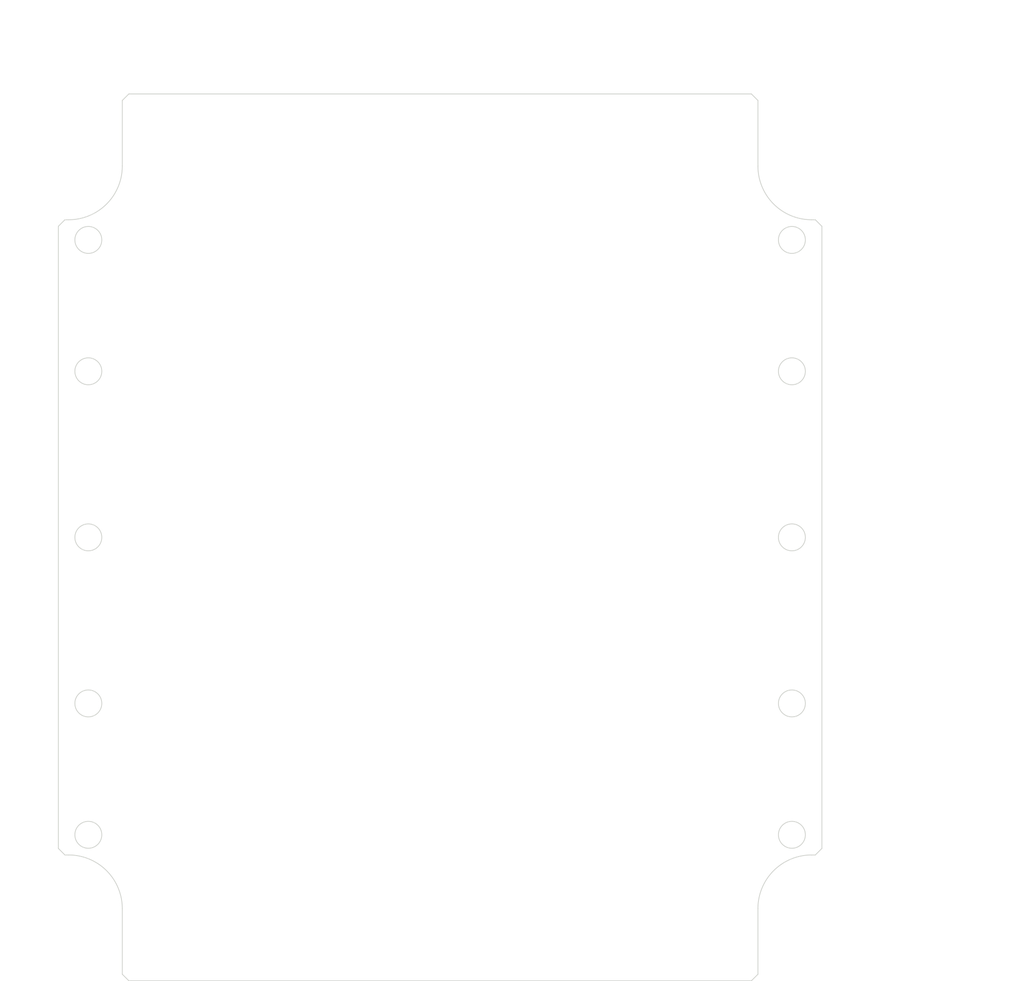
<source format=kicad_pcb>
(kicad_pcb (version 20171130) (host pcbnew "(5.1.0)-1")

  (general
    (thickness 1.6)
    (drawings 120)
    (tracks 0)
    (zones 0)
    (modules 0)
    (nets 1)
  )

  (page A3)
  (layers
    (0 F.Cu signal)
    (31 B.Cu signal)
    (32 B.Adhes user)
    (33 F.Adhes user)
    (34 B.Paste user)
    (35 F.Paste user)
    (36 B.SilkS user)
    (37 F.SilkS user)
    (38 B.Mask user)
    (39 F.Mask user)
    (40 Dwgs.User user)
    (41 Cmts.User user)
    (42 Eco1.User user)
    (43 Eco2.User user)
    (44 Edge.Cuts user)
    (45 Margin user)
    (46 B.CrtYd user)
    (47 F.CrtYd user)
    (48 B.Fab user)
    (49 F.Fab user)
  )

  (setup
    (last_trace_width 0.25)
    (trace_clearance 0.2)
    (zone_clearance 0.508)
    (zone_45_only no)
    (trace_min 0.2)
    (via_size 0.8)
    (via_drill 0.4)
    (via_min_size 0.4)
    (via_min_drill 0.3)
    (uvia_size 0.3)
    (uvia_drill 0.1)
    (uvias_allowed no)
    (uvia_min_size 0.2)
    (uvia_min_drill 0.1)
    (edge_width 0.05)
    (segment_width 0.2)
    (pcb_text_width 0.3)
    (pcb_text_size 1.5 1.5)
    (mod_edge_width 0.12)
    (mod_text_size 1 1)
    (mod_text_width 0.15)
    (pad_size 1.524 1.524)
    (pad_drill 0.762)
    (pad_to_mask_clearance 0.051)
    (solder_mask_min_width 0.25)
    (aux_axis_origin 0 0)
    (visible_elements FFFFFF7F)
    (pcbplotparams
      (layerselection 0x010fc_ffffffff)
      (usegerberextensions false)
      (usegerberattributes false)
      (usegerberadvancedattributes false)
      (creategerberjobfile false)
      (excludeedgelayer true)
      (linewidth 0.152400)
      (plotframeref false)
      (viasonmask false)
      (mode 1)
      (useauxorigin false)
      (hpglpennumber 1)
      (hpglpenspeed 20)
      (hpglpendiameter 15.000000)
      (psnegative false)
      (psa4output false)
      (plotreference true)
      (plotvalue true)
      (plotinvisibletext false)
      (padsonsilk false)
      (subtractmaskfromsilk false)
      (outputformat 1)
      (mirror false)
      (drillshape 1)
      (scaleselection 1)
      (outputdirectory ""))
  )

  (net 0 "")

  (net_class Default "This is the default net class."
    (clearance 0.2)
    (trace_width 0.25)
    (via_dia 0.8)
    (via_drill 0.4)
    (uvia_dia 0.3)
    (uvia_drill 0.1)
  )

  (gr_arc (start 241.993338 64.411341) (end 228.988538 64.411341) (angle -90) (layer Edge.Cuts) (width 0.2))
  (gr_line (start 241.993338 77.416141) (end 242.895038 77.416141) (layer Edge.Cuts) (width 0.2))
  (gr_line (start 244.482538 79.003641) (end 244.482538 229.828841) (layer Edge.Cuts) (width 0.2))
  (gr_line (start 242.895038 231.416341) (end 241.993338 231.416341) (layer Edge.Cuts) (width 0.2))
  (gr_arc (start 241.993338 244.421141) (end 241.993338 231.416341) (angle -90) (layer Edge.Cuts) (width 0.2))
  (gr_line (start 228.988538 244.421141) (end 228.988538 260.334241) (layer Edge.Cuts) (width 0.2))
  (gr_line (start 227.401038 261.921741) (end 76.550438 261.921741) (layer Edge.Cuts) (width 0.2))
  (gr_line (start 74.962938 260.334241) (end 74.962938 244.421141) (layer Edge.Cuts) (width 0.2))
  (gr_arc (start 61.958138 244.421141) (end 74.962938 244.421141) (angle -90) (layer Edge.Cuts) (width 0.2))
  (gr_line (start 61.958138 231.416341) (end 61.056438 231.416341) (layer Edge.Cuts) (width 0.2))
  (gr_line (start 59.468938 229.828841) (end 59.468938 79.003641) (layer Edge.Cuts) (width 0.2))
  (gr_line (start 61.056438 77.416141) (end 61.958138 77.416141) (layer Edge.Cuts) (width 0.2))
  (gr_arc (start 61.958138 64.411341) (end 61.958138 77.416141) (angle -90) (layer Edge.Cuts) (width 0.2))
  (gr_line (start 74.962938 64.411341) (end 74.962938 48.498241) (layer Edge.Cuts) (width 0.2))
  (gr_line (start 76.550438 46.910741) (end 227.401038 46.910741) (layer Edge.Cuts) (width 0.2))
  (gr_circle (center 66.733338 82.305641) (end 69.997238 82.305641) (layer Edge.Cuts) (width 0.2))
  (gr_circle (center 66.733338 114.157241) (end 69.997238 114.157241) (layer Edge.Cuts) (width 0.2))
  (gr_circle (center 66.733338 154.416241) (end 69.997238 154.416241) (layer Edge.Cuts) (width 0.2))
  (gr_circle (center 66.733338 194.675241) (end 69.997238 194.675241) (layer Edge.Cuts) (width 0.2))
  (gr_circle (center 66.733338 226.526841) (end 69.997238 226.526841) (layer Edge.Cuts) (width 0.2))
  (gr_circle (center 237.218138 154.416241) (end 240.482038 154.416241) (layer Edge.Cuts) (width 0.2))
  (gr_circle (center 237.218138 194.675241) (end 240.482038 194.675241) (layer Edge.Cuts) (width 0.2))
  (gr_circle (center 237.218138 226.526841) (end 240.482038 226.526841) (layer Edge.Cuts) (width 0.2))
  (gr_circle (center 237.218138 114.157241) (end 240.482038 114.157241) (layer Edge.Cuts) (width 0.2))
  (gr_circle (center 237.218138 82.305641) (end 240.482038 82.305641) (layer Edge.Cuts) (width 0.2))
  (gr_line (start 228.988538 48.498241) (end 228.988538 64.411341) (layer Edge.Cuts) (width 0.2))
  (gr_line (start 242.895038 77.416141) (end 244.482538 79.003641) (layer Edge.Cuts) (width 0.2))
  (gr_line (start 244.482538 229.828841) (end 242.895038 231.416341) (layer Edge.Cuts) (width 0.2))
  (gr_line (start 228.988538 260.334241) (end 227.401038 261.921741) (layer Edge.Cuts) (width 0.2))
  (gr_line (start 76.550438 261.921741) (end 74.962938 260.334241) (layer Edge.Cuts) (width 0.2))
  (gr_line (start 61.056438 231.416341) (end 59.468938 229.828841) (layer Edge.Cuts) (width 0.2))
  (gr_line (start 59.468938 79.003641) (end 61.056438 77.416141) (layer Edge.Cuts) (width 0.2))
  (gr_line (start 74.962938 48.498241) (end 76.550438 46.910741) (layer Edge.Cuts) (width 0.2))
  (gr_line (start 227.401038 46.910741) (end 228.988538 48.498241) (layer Edge.Cuts) (width 0.2))
  (gr_text [1.25] (at 50.066671 212.68276) (layer Dwgs.User)
    (effects (font (size 2 1.8) (thickness 0.25)))
  )
  (gr_text " 31.85" (at 50.066671 208.779213) (layer Dwgs.User)
    (effects (font (size 2 1.8) (thickness 0.25)))
  )
  (gr_line (start 50.066671 224.526841) (end 50.066671 214.504588) (layer Dwgs.User) (width 0.2))
  (gr_line (start 50.066671 196.675241) (end 50.066671 206.697494) (layer Dwgs.User) (width 0.2))
  (gr_line (start 65.733338 226.526841) (end 46.891671 226.526841) (layer Dwgs.User) (width 0.2))
  (gr_line (start 65.733338 194.675241) (end 46.891671 194.675241) (layer Dwgs.User) (width 0.2))
  (gr_text [1.58] (at 50.066671 176.62746) (layer Dwgs.User)
    (effects (font (size 2 1.8) (thickness 0.25)))
  )
  (gr_text " 40.26" (at 50.066671 172.724595) (layer Dwgs.User)
    (effects (font (size 2 1.8) (thickness 0.25)))
  )
  (gr_line (start 50.066671 192.675241) (end 50.066671 178.448606) (layer Dwgs.User) (width 0.2))
  (gr_line (start 50.066671 156.416241) (end 50.066671 170.642876) (layer Dwgs.User) (width 0.2))
  (gr_line (start 65.733338 194.675241) (end 46.891671 194.675241) (layer Dwgs.User) (width 0.2))
  (gr_line (start 65.733338 154.416241) (end 46.891671 154.416241) (layer Dwgs.User) (width 0.2))
  (gr_text [6.71] (at 157.12026 145.448846) (layer Dwgs.User)
    (effects (font (size 2 1.8) (thickness 0.25)))
  )
  (gr_text " 170.48" (at 157.12026 141.545981) (layer Dwgs.User)
    (effects (font (size 2 1.8) (thickness 0.25)))
  )
  (gr_line (start 235.218138 143.367127) (end 162.519851 143.367127) (layer Dwgs.User) (width 0.2))
  (gr_line (start 68.733338 143.367127) (end 151.720669 143.367127) (layer Dwgs.User) (width 0.2))
  (gr_line (start 237.218138 153.416241) (end 237.218138 140.192127) (layer Dwgs.User) (width 0.2))
  (gr_line (start 66.733338 153.416241) (end 66.733338 140.192127) (layer Dwgs.User) (width 0.2))
  (gr_text [.29] (at 52.991956 65.360101) (layer Dwgs.User)
    (effects (font (size 2 1.8) (thickness 0.25)))
  )
  (gr_text " 7.26" (at 52.991956 61.457236) (layer Dwgs.User)
    (effects (font (size 2 1.8) (thickness 0.25)))
  )
  (gr_line (start 59.468938 63.278382) (end 56.83493 63.278382) (layer Dwgs.User) (width 0.2))
  (gr_line (start 64.733338 63.278382) (end 61.468938 63.278382) (layer Dwgs.User) (width 0.2))
  (gr_line (start 66.733338 81.305641) (end 66.733338 60.103382) (layer Dwgs.User) (width 0.2))
  (gr_line (start 59.468938 78.003641) (end 59.468938 60.103382) (layer Dwgs.User) (width 0.2))
  (gr_line (start 66.733338 114.247241) (end 66.733338 114.067241) (layer Dwgs.User) (width 0.2))
  (gr_line (start 66.643338 114.157241) (end 66.823338 114.157241) (layer Dwgs.User) (width 0.2))
  (gr_text " ∅6.53\n[∅0.26]" (at 81.332335 123.840286) (layer Dwgs.User)
    (effects (font (size 2 1.8) (thickness 0.25)))
  )
  (gr_line (start 74.136018 123.840286) (end 69.930349 118.339078) (layer Dwgs.User) (width 0.2))
  (gr_line (start 76.136018 123.840286) (end 74.136018 123.840286) (layer Dwgs.User) (width 0.2))
  (gr_text [R0.51] (at 94.408008 229.129682) (layer Dwgs.User)
    (effects (font (size 2 1.8) (thickness 0.25)))
  )
  (gr_text " R13.00" (at 94.408008 225.226135) (layer Dwgs.User)
    (effects (font (size 2 1.8) (thickness 0.25)))
  )
  (gr_line (start 81.678185 227.047963) (end 73.216911 234.502267) (layer Dwgs.User) (width 0.2))
  (gr_line (start 88.781951 227.047963) (end 81.678185 227.047963) (layer Dwgs.User) (width 0.2))
  (gr_text [1.39] (at 50.066671 246.30601) (layer Dwgs.User)
    (effects (font (size 2 1.8) (thickness 0.25)))
  )
  (gr_text " 35.39" (at 50.066671 242.402463) (layer Dwgs.User)
    (effects (font (size 2 1.8) (thickness 0.25)))
  )
  (gr_line (start 50.066671 228.526841) (end 50.066671 240.320744) (layer Dwgs.User) (width 0.2))
  (gr_line (start 50.066671 259.921741) (end 50.066671 248.127838) (layer Dwgs.User) (width 0.2))
  (gr_line (start 65.733338 226.526841) (end 46.891671 226.526841) (layer Dwgs.User) (width 0.2))
  (gr_line (start 75.550438 261.921741) (end 46.891671 261.921741) (layer Dwgs.User) (width 0.2))
  (gr_text [1.59] (at 50.066671 135.28896) (layer Dwgs.User)
    (effects (font (size 2 1.8) (thickness 0.25)))
  )
  (gr_text " 40.26" (at 50.066671 131.386095) (layer Dwgs.User)
    (effects (font (size 2 1.8) (thickness 0.25)))
  )
  (gr_line (start 50.066671 152.416241) (end 50.066671 137.110106) (layer Dwgs.User) (width 0.2))
  (gr_line (start 50.066671 116.157241) (end 50.066671 129.304376) (layer Dwgs.User) (width 0.2))
  (gr_line (start 65.733338 154.416241) (end 46.891671 154.416241) (layer Dwgs.User) (width 0.2))
  (gr_line (start 65.733338 114.157241) (end 46.891671 114.157241) (layer Dwgs.User) (width 0.2))
  (gr_text [1.25] (at 50.066671 101.429802) (layer Dwgs.User)
    (effects (font (size 2 1.8) (thickness 0.25)))
  )
  (gr_text " 31.85" (at 50.066671 97.526255) (layer Dwgs.User)
    (effects (font (size 2 1.8) (thickness 0.25)))
  )
  (gr_line (start 50.066671 112.157241) (end 50.066671 103.251631) (layer Dwgs.User) (width 0.2))
  (gr_line (start 50.066671 84.305641) (end 50.066671 95.444536) (layer Dwgs.User) (width 0.2))
  (gr_line (start 65.733338 114.157241) (end 46.891671 114.157241) (layer Dwgs.User) (width 0.2))
  (gr_line (start 65.733338 82.305641) (end 46.891671 82.305641) (layer Dwgs.User) (width 0.2))
  (gr_text [.61] (at 236.735538 61.466214) (layer Dwgs.User)
    (effects (font (size 2 1.8) (thickness 0.25)))
  )
  (gr_text " 15.49" (at 236.735538 57.563349) (layer Dwgs.User)
    (effects (font (size 2 1.8) (thickness 0.25)))
  )
  (gr_line (start 230.988538 59.384495) (end 232.112891 59.384495) (layer Dwgs.User) (width 0.2))
  (gr_line (start 242.482538 59.384495) (end 241.358185 59.384495) (layer Dwgs.User) (width 0.2))
  (gr_line (start 244.482538 78.003641) (end 244.482538 56.209495) (layer Dwgs.User) (width 0.2))
  (gr_text [1.20] (at 271.164017 252.706495) (layer Dwgs.User)
    (effects (font (size 2 1.8) (thickness 0.25)))
  )
  (gr_text " 30.51" (at 271.164017 248.802948) (layer Dwgs.User)
    (effects (font (size 2 1.8) (thickness 0.25)))
  )
  (gr_line (start 271.164017 259.921741) (end 271.164017 254.528323) (layer Dwgs.User) (width 0.2))
  (gr_line (start 271.164017 233.416341) (end 271.164017 246.721229) (layer Dwgs.User) (width 0.2))
  (gr_line (start 228.401038 261.921741) (end 274.339017 261.921741) (layer Dwgs.User) (width 0.2))
  (gr_line (start 243.895038 231.416341) (end 274.339017 231.416341) (layer Dwgs.User) (width 0.2))
  (gr_text [6.06] (at 269.426819 152.991319) (layer Dwgs.User)
    (effects (font (size 2 1.8) (thickness 0.25)))
  )
  (gr_text " 154.00" (at 269.426819 149.088454) (layer Dwgs.User)
    (effects (font (size 2 1.8) (thickness 0.25)))
  )
  (gr_line (start 269.426819 229.416341) (end 269.426819 154.812465) (layer Dwgs.User) (width 0.2))
  (gr_line (start 269.426819 79.416141) (end 269.426819 147.006735) (layer Dwgs.User) (width 0.2))
  (gr_line (start 243.895038 231.416341) (end 272.601819 231.416341) (layer Dwgs.User) (width 0.2))
  (gr_line (start 243.895038 77.416141) (end 272.601819 77.416141) (layer Dwgs.User) (width 0.2))
  (gr_text [8.46] (at 287.869879 149.169483) (layer Dwgs.User)
    (effects (font (size 2 1.8) (thickness 0.25)))
  )
  (gr_text " 215.01" (at 287.869879 145.266618) (layer Dwgs.User)
    (effects (font (size 2 1.8) (thickness 0.25)))
  )
  (gr_line (start 287.869879 48.910741) (end 287.869879 143.184899) (layer Dwgs.User) (width 0.2))
  (gr_line (start 287.869879 259.921741) (end 287.869879 150.990629) (layer Dwgs.User) (width 0.2))
  (gr_line (start 228.401038 46.910741) (end 291.044879 46.910741) (layer Dwgs.User) (width 0.2))
  (gr_line (start 228.401038 261.921741) (end 291.044879 261.921741) (layer Dwgs.User) (width 0.2))
  (gr_text [6.06] (at 166.93213 40.985266) (layer Dwgs.User)
    (effects (font (size 2 1.8) (thickness 0.25)))
  )
  (gr_text " 154.03" (at 166.93213 37.081719) (layer Dwgs.User)
    (effects (font (size 2 1.8) (thickness 0.25)))
  )
  (gr_line (start 226.988538 38.903547) (end 172.329675 38.903547) (layer Dwgs.User) (width 0.2))
  (gr_line (start 76.962938 38.903547) (end 161.534586 38.903547) (layer Dwgs.User) (width 0.2))
  (gr_line (start 228.988538 47.498241) (end 228.988538 35.728547) (layer Dwgs.User) (width 0.2))
  (gr_line (start 74.962938 47.498241) (end 74.962938 35.728547) (layer Dwgs.User) (width 0.2))
  (gr_text [7.28] (at 142.263917 29.650248) (layer Dwgs.User)
    (effects (font (size 2 1.8) (thickness 0.25)))
  )
  (gr_text " 185.01" (at 142.263917 25.747383) (layer Dwgs.User)
    (effects (font (size 2 1.8) (thickness 0.25)))
  )
  (gr_line (start 242.482538 27.568529) (end 147.468419 27.568529) (layer Dwgs.User) (width 0.2))
  (gr_line (start 61.468938 27.568529) (end 137.059415 27.568529) (layer Dwgs.User) (width 0.2))
  (gr_line (start 244.482538 78.003641) (end 244.482538 24.393529) (layer Dwgs.User) (width 0.2))
  (gr_line (start 59.468938 78.003641) (end 59.468938 24.393529) (layer Dwgs.User) (width 0.2))

)

</source>
